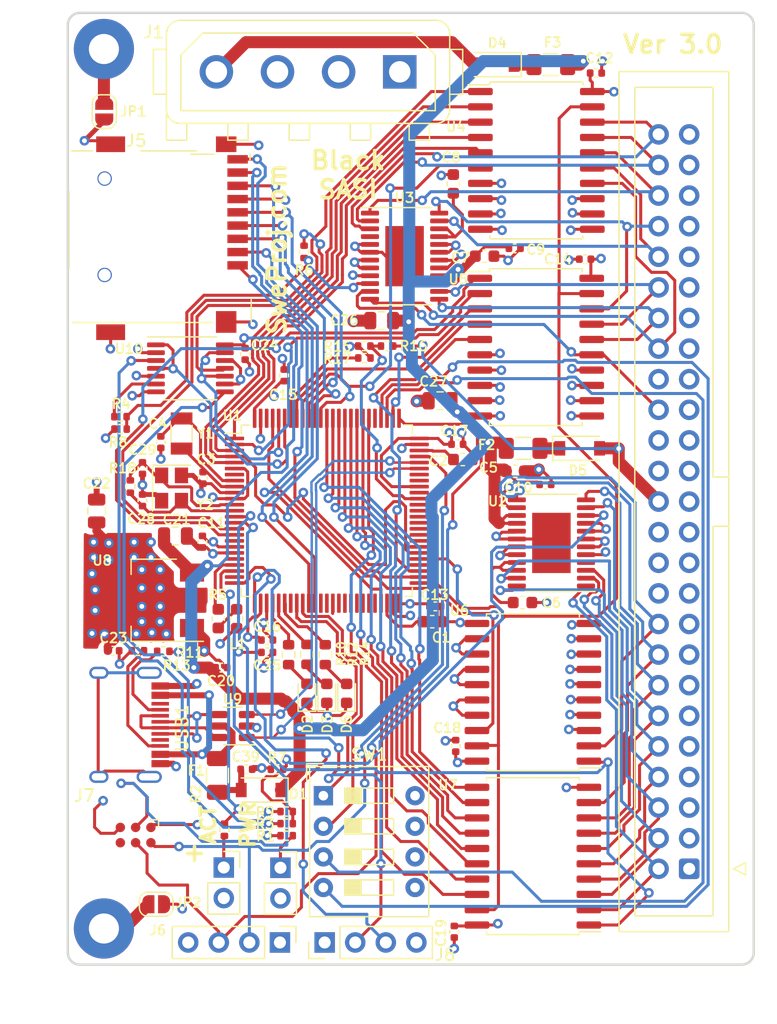
<source format=kicad_pcb>
(kicad_pcb (version 20211014) (generator pcbnew)

  (general
    (thickness 4.69)
  )

  (paper "A4")
  (title_block
    (title "BlackSASI")
    (date "2022-03-20")
    (rev "1.00")
    (company "SweProj.com")
  )

  (layers
    (0 "F.Cu" signal)
    (1 "In1.Cu" signal)
    (2 "In2.Cu" signal)
    (31 "B.Cu" signal)
    (32 "B.Adhes" user "B.Adhesive")
    (33 "F.Adhes" user "F.Adhesive")
    (34 "B.Paste" user)
    (35 "F.Paste" user)
    (36 "B.SilkS" user "B.Silkscreen")
    (37 "F.SilkS" user "F.Silkscreen")
    (38 "B.Mask" user)
    (39 "F.Mask" user)
    (40 "Dwgs.User" user "User.Drawings")
    (41 "Cmts.User" user "User.Comments")
    (42 "Eco1.User" user "User.Eco1")
    (43 "Eco2.User" user "User.Eco2")
    (44 "Edge.Cuts" user)
    (45 "Margin" user)
    (46 "B.CrtYd" user "B.Courtyard")
    (47 "F.CrtYd" user "F.Courtyard")
    (48 "B.Fab" user)
    (49 "F.Fab" user)
  )

  (setup
    (stackup
      (layer "F.SilkS" (type "Top Silk Screen"))
      (layer "F.Paste" (type "Top Solder Paste"))
      (layer "F.Mask" (type "Top Solder Mask") (thickness 0.01))
      (layer "F.Cu" (type "copper") (thickness 0.035))
      (layer "dielectric 1" (type "core") (thickness 1.51) (material "FR4") (epsilon_r 4.5) (loss_tangent 0.02))
      (layer "In1.Cu" (type "copper") (thickness 0.035))
      (layer "dielectric 2" (type "prepreg") (thickness 1.51) (material "FR4") (epsilon_r 4.5) (loss_tangent 0.02))
      (layer "In2.Cu" (type "copper") (thickness 0.035))
      (layer "dielectric 3" (type "core") (thickness 1.51) (material "FR4") (epsilon_r 4.5) (loss_tangent 0.02))
      (layer "B.Cu" (type "copper") (thickness 0.035))
      (layer "B.Mask" (type "Bottom Solder Mask") (thickness 0.01))
      (layer "B.Paste" (type "Bottom Solder Paste"))
      (layer "B.SilkS" (type "Bottom Silk Screen"))
      (copper_finish "None")
      (dielectric_constraints no)
    )
    (pad_to_mask_clearance 0)
    (pcbplotparams
      (layerselection 0x00010fc_ffffffff)
      (disableapertmacros false)
      (usegerberextensions true)
      (usegerberattributes true)
      (usegerberadvancedattributes true)
      (creategerberjobfile false)
      (svguseinch false)
      (svgprecision 6)
      (excludeedgelayer false)
      (plotframeref false)
      (viasonmask false)
      (mode 1)
      (useauxorigin false)
      (hpglpennumber 1)
      (hpglpenspeed 20)
      (hpglpendiameter 15.000000)
      (dxfpolygonmode true)
      (dxfimperialunits true)
      (dxfusepcbnewfont true)
      (psnegative false)
      (psa4output false)
      (plotreference true)
      (plotvalue true)
      (plotinvisibletext false)
      (sketchpadsonfab false)
      (subtractmaskfromsilk true)
      (outputformat 4)
      (mirror false)
      (drillshape 0)
      (scaleselection 1)
      (outputdirectory "pdf")
    )
  )

  (net 0 "")
  (net 1 "/SD_MISO")
  (net 2 "GND")
  (net 3 "/SD_CLK")
  (net 4 "+3V3")
  (net 5 "/SD_MOSI")
  (net 6 "/SD_CS")
  (net 7 "/SCSI_IO")
  (net 8 "/SCSI_REQ")
  (net 9 "/SCSI_CD")
  (net 10 "/SCSI_SEL")
  (net 11 "/SCSI_RST")
  (net 12 "/SCSI_ACK")
  (net 13 "/SCSI_BSY")
  (net 14 "/SCSI_ATN")
  (net 15 "/SCSI_MSG")
  (net 16 "/SCSI_DBP")
  (net 17 "/SCSI_DAT7")
  (net 18 "/SCSI_DAT6")
  (net 19 "/SCSI_DAT5")
  (net 20 "/SCSI_DAT4")
  (net 21 "/SCSI_DAT3")
  (net 22 "/SCSI_DAT2")
  (net 23 "/SCSI_DAT1")
  (net 24 "/SCSI_DAT0")
  (net 25 "/TERM_PWR")
  (net 26 "+5V")
  (net 27 "/EXTERNAL_LED")
  (net 28 "Net-(J4-Pad1)")
  (net 29 "unconnected-(J2-Pad34)")
  (net 30 "unconnected-(J2-Pad25)")
  (net 31 "Net-(C1-Pad1)")
  (net 32 "Net-(C2-Pad1)")
  (net 33 "Net-(C3-Pad1)")
  (net 34 "Net-(C4-Pad1)")
  (net 35 "Net-(C6-Pad1)")
  (net 36 "unconnected-(U1-Pad18)")
  (net 37 "unconnected-(U1-Pad21)")
  (net 38 "unconnected-(U1-Pad24)")
  (net 39 "Net-(R3-Pad2)")
  (net 40 "Net-(C29-Pad1)")
  (net 41 "/LOW_TERM_1")
  (net 42 "Net-(R11-Pad2)")
  (net 43 "Net-(R13-Pad2)")
  (net 44 "/SD_DAT1")
  (net 45 "unconnected-(U1-Pad46)")
  (net 46 "unconnected-(U1-Pad57)")
  (net 47 "unconnected-(U1-Pad58)")
  (net 48 "unconnected-(U1-Pad59)")
  (net 49 "unconnected-(U1-Pad60)")
  (net 50 "unconnected-(U1-Pad61)")
  (net 51 "unconnected-(U1-Pad62)")
  (net 52 "unconnected-(U1-Pad63)")
  (net 53 "unconnected-(U1-Pad64)")
  (net 54 "unconnected-(U1-Pad66)")
  (net 55 "unconnected-(U1-Pad80)")
  (net 56 "unconnected-(U1-Pad98)")
  (net 57 "Net-(H2-Pad1)")
  (net 58 "/SD_DET")
  (net 59 "unconnected-(U2-Pad4)")
  (net 60 "/SD_DAT2")
  (net 61 "unconnected-(U1-Pad37)")
  (net 62 "unconnected-(U1-Pad54)")
  (net 63 "Net-(C8-Pad1)")
  (net 64 "Net-(L1-Pad2)")
  (net 65 "unconnected-(U3-Pad4)")
  (net 66 "/HIGH TERM_2")
  (net 67 "Net-(F1-Pad2)")
  (net 68 "/E_SCSI_DAT0")
  (net 69 "/E_SCSI_DAT1")
  (net 70 "/E_SCSI_DAT2")
  (net 71 "/E_SCSI_DAT3")
  (net 72 "/E_SCSI_DAT4")
  (net 73 "/E_SCSI_DAT5")
  (net 74 "/E_SCSI_DAT6")
  (net 75 "/E_SCSI_DAT7")
  (net 76 "/E_SCSI_DBP")
  (net 77 "/E_SCSI_ATN")
  (net 78 "/E_SCSI_BSY")
  (net 79 "/E_SCSI_ACK")
  (net 80 "/E_SCSI_RST")
  (net 81 "/E_SCSI_MSG")
  (net 82 "/E_SCSI_SEL")
  (net 83 "/E_SCSI_CD")
  (net 84 "/E_SCSI_REQ")
  (net 85 "/E_SCSI_IO")
  (net 86 "/SCSI_DTD")
  (net 87 "/SCSI_IND")
  (net 88 "/SCSI_TAD")
  (net 89 "Net-(R5-Pad2)")
  (net 90 "/USB-")
  (net 91 "Net-(U9-Pad4)")
  (net 92 "Net-(U9-Pad6)")
  (net 93 "unconnected-(USB1-Pad13)")
  (net 94 "unconnected-(USB1-Pad9)")
  (net 95 "unconnected-(USB1-Pad3)")
  (net 96 "Net-(R4-Pad2)")
  (net 97 "USB_POWER")
  (net 98 "/LOW TERM_2")
  (net 99 "/HIGH_TERM_1")
  (net 100 "unconnected-(U1-Pad32)")
  (net 101 "unconnected-(U1-Pad68)")
  (net 102 "unconnected-(U1-Pad69)")
  (net 103 "/SWDIO")
  (net 104 "/SWCLK")
  (net 105 "+5VP")
  (net 106 "/HIGH_TERM")
  (net 107 "/LOW_TERM")
  (net 108 "Net-(D5-Pad1)")
  (net 109 "Net-(D4-Pad1)")
  (net 110 "unconnected-(J7-Pad6)")
  (net 111 "/nRST")
  (net 112 "Net-(D2-Pad2)")
  (net 113 "Net-(D3-Pad2)")
  (net 114 "Net-(D6-Pad2)")
  (net 115 "/LED1")
  (net 116 "/LED2")
  (net 117 "/LED3")
  (net 118 "/SW1")
  (net 119 "/SW2")
  (net 120 "/SW3")
  (net 121 "/SW4")
  (net 122 "Net-(R15-Pad2)")
  (net 123 "Net-(R17-Pad1)")
  (net 124 "unconnected-(U1-Pad7)")
  (net 125 "unconnected-(J1-Pad1)")
  (net 126 "unconnected-(U1-Pad38)")
  (net 127 "unconnected-(U1-Pad39)")
  (net 128 "unconnected-(U1-Pad40)")
  (net 129 "unconnected-(U1-Pad41)")
  (net 130 "unconnected-(U1-Pad42)")
  (net 131 "unconnected-(U1-Pad43)")
  (net 132 "unconnected-(U1-Pad44)")
  (net 133 "unconnected-(U1-Pad45)")
  (net 134 "/USB+")
  (net 135 "Net-(C28-Pad1)")
  (net 136 "Net-(J3-Pad1)")
  (net 137 "Net-(H1-Pad1)")
  (net 138 "/~{TRANS_OE}")
  (net 139 "/UART_RX")
  (net 140 "/UART_TX")

  (footprint "Connector_IDC:IDC-Header_2x25_P2.54mm_Vertical" (layer "F.Cu") (at 169.634999 131.044824 180))

  (footprint "Diode_SMD:D_SOD-123" (layer "F.Cu") (at 160.534999 96.144824))

  (footprint "Diode_SMD:D_SOD-123" (layer "F.Cu") (at 153.434999 64.294824 180))

  (footprint "Connector_PinSocket_2.54mm:PinSocket_1x02_P2.54mm_Vertical" (layer "F.Cu") (at 130.959999 130.937))

  (footprint "Connector_PinSocket_2.54mm:PinSocket_1x02_P2.54mm_Vertical" (layer "F.Cu") (at 135.669999 130.957))

  (footprint "Button_Switch_THT:SW_DIP_SPSTx04_Slide_9.78x12.34mm_W7.62mm_P2.54mm" (layer "F.Cu") (at 139.2345 124.978))

  (footprint "LED_SMD:LED_0603_1608Metric" (layer "F.Cu") (at 141.1712 116.482525 90))

  (footprint "Resistor_SMD:R_0603_1608Metric" (layer "F.Cu") (at 137.8712 113.247376 90))

  (footprint "LED_SMD:LED_0603_1608Metric" (layer "F.Cu") (at 139.5212 116.482525 90))

  (footprint "Capacitor_SMD:C_0402_1005Metric" (layer "F.Cu") (at 155.134999 79.544824))

  (footprint "Capacitor_SMD:C_0603_1608Metric" (layer "F.Cu") (at 150.822999 97.072824))

  (footprint "Diode_SMD:D_SOD-123" (layer "F.Cu") (at 134.058999 124.504824 180))

  (footprint "MountingHole:MountingHole_2.5mm_Pad_TopBottom" (layer "F.Cu") (at 121 136))

  (footprint "Connector_TE-Connectivity:TE_MATE-N-LOK_350211-1_1x04_P5.08mm_Vertical" (layer "F.Cu") (at 145.584999 64.894824 180))

  (footprint "Capacitor_SMD:C_0603_1608Metric" (layer "F.Cu") (at 150.034999 74.194824 90))

  (footprint "Resistor_SMD:R_0402_1005Metric" (layer "F.Cu") (at 144.535 87.655 180))

  (footprint "Resistor_SMD:R_0402_1005Metric" (layer "F.Cu") (at 125.934999 112.994824 180))

  (footprint "Capacitor_SMD:C_0402_1005Metric" (layer "F.Cu") (at 161.884999 64.994824))

  (footprint "Capacitor_SMD:C_0402_1005Metric" (layer "F.Cu") (at 129.232999 98.596824 -90))

  (footprint "Resistor_SMD:R_0402_1005Metric" (layer "F.Cu") (at 122.384999 94.544824))

  (footprint "Resistor_SMD:R_0402_1005Metric" (layer "F.Cu") (at 142.635 87.655))

  (footprint "BlackSASI:HRO-TYPE-C-31-M-12" (layer "F.Cu") (at 117.983 119.094824 -90))

  (footprint "Package_SO:SOIC-20W_7.5x12.8mm_P1.27mm" (layer "F.Cu") (at 156.649999 129.994824 180))

  (footprint "Capacitor_SMD:C_0402_1005Metric" (layer "F.Cu") (at 148.536999 109.264824))

  (footprint "Capacitor_SMD:C_0402_1005Metric" (layer "F.Cu") (at 121.784999 112.944824))

  (footprint "Capacitor_SMD:C_0805_2012Metric" (layer "F.Cu") (at 126.946999 103.422824))

  (footprint "Capacitor_SMD:C_0402_1005Metric" (layer "F.Cu") (at 130.756999 114.344824))

  (footprint "BlackSASI:TSSOP-24-1EP_4.4x7.8mm_P0.65mm_EP3.2x5mm" (layer "F.Cu") (at 158.184999 103.994824 180))

  (footprint "Capacitor_SMD:C_0402_1005Metric" (layer "F.Cu") (at 150.114 136.271 -90))

  (footprint "Resistor_SMD:R_0603_1608Metric" (layer "F.Cu") (at 136.3472 113.2718 90))

  (footprint "Resistor_SMD:R_0402_1005Metric" (layer "F.Cu") (at 137.634999 79.834824 -90))

  (footprint "Resistor_SMD:R_0603_1608Metric" (layer "F.Cu") (at 139.3952 113.2718 90))

  (footprint "Resistor_SMD:R_0402_1005Metric" (layer "F.Cu") (at 136.184999 128.294824 180))

  (footprint "LED_SMD:LED_0603_1608Metric" (layer "F.Cu") (at 137.8712 116.482525 90))

  (footprint "BlackSASI:Fuse_1206_3216Metric" (layer "F.Cu") (at 155.834999 96.144824))

  (footprint "Capacitor_SMD:C_0402_1005Metric" (layer "F.Cu") (at 157.684999 99.144824))

  (footprint "Capacitor_SMD:C_0402_1005Metric" (layer "F.Cu") (at 160.984999 80.444824 180))

  (footprint "Resistor_SMD:R_0402_1005Metric" (layer "F.Cu") (at 123.825 112.944824))

  (footprint "Connector:Tag-Connect_TC2030-IDC-FP_2x03_P1.27mm_Vertical" (layer "F.Cu") (at 123.634999 128.244824 180))

  (footprint "Capacitor_SMD:C_0402_1005Metric" (layer "F.Cu") (at 129.184999 103.894824 -90))

  (footprint "Connector_PinHeader_2.54mm:PinHeader_1x04_P2.54mm_Vertical" (layer "F.Cu") (at 139.3444 137.16 90))

  (footprint "Capacitor_SMD:C_0402_1005Metric" (layer "F.Cu") (at 134.566999 112.058824 180))

  (footprint "BlackSASI:Fuse_1206_3216Metric" (layer "F.Cu") (at 158.134999 64.294824 180))

  (footprint "Resistor_SMD:R_0402_1005Metric" (layer "F.Cu")
    (tedit 5F68FEEE) (tstamp 87b9636d-970f-48ad-aeba-dc46a88c56f3)
    (at 131.010999 127.806824 90)
    (descr "Resistor SMD 0402 (1005 Metric), square (rectangular) end terminal, IPC_7351 nominal, (Body size source: IPC-SM-782 page 72, https://www.pcb-3d.com/wordpress/wp-content/uploads/ipc-sm-782a_amendment_1_and_2.pdf), generated with kicad-footprint-generator")
    (tags "resistor")
    (property "LCSC" "C25117")
    (property "Sheetfile" "File: BlackSASI.kicad_sch")
    (property "Sheetname" "")
    (path "/57e200a6-ccfd-4b09-8b65-3ac22c9764d9")
    (attr smd)
    (fp_text reference "R2" (at 2.965824 -2.359999 270) (layer "F.SilkS")
      (effects (font (size 0.8 0.8) (thickness 0.15)))
      (tstamp c85ef790-7bde-464c-8cf2-1f387f0eb910)
    )
    (fp_text value "470" (at 0 1.17 90) (layer "F.Fab")
      (effects (font (size 1 1) (thickness 0.15)))
      (tstamp c241c652-c35f-4701-94ad-a6100be927fd)
    )
    (fp_text user "${REFERENCE}" (at 0 0 90) (layer "F.Fab")
      (effects (font (size 0.26 0.26) (thickness 0.04)))
      (tstamp 8db99888-6384-4a2a-acc0-44d300fa62c8)
    )
    (fp_line (start -0.153641 -0.38) (end 0.153641 -0.38) (layer "F.SilkS") (width 0.12) (tstamp 6a20c84c-a6b5-42cd-8ff2-4f58202ed23a))
    (fp_line (start -0.153641 0.38) (end 0.153641 0.38) (layer "F.SilkS") (width 0.12) (tstamp 8f208eed-0d52-4843-b906-b6076007522e))
    (fp_line (start 0.93 0.47) (end -0.93 0.47) (layer "F.CrtYd") (width 0.05) (tstamp 1e3c508c-caf1-4a10-bd28-1d0b6eea77c8))
    (fp_line (start -0.93 -0.47) (end 0.93 -0.47) (layer "F.CrtYd") (width 0.05) (tstamp 66038996-a46c-4850-9f62-775499845652))
    (fp_line (start -0.93 0.47) (end -0.93 -0.47) (layer "F.CrtYd") (width 0.05) (tstamp cd4a54b8-ae25-452f-9cac-4f606f47831d))
    (fp_line (start 0.93 -0.47) (end 0.93 0.47) (layer "F.CrtYd") (width 0.05) (tstamp f1d86bdd-caf2-4592-8051-deda04e358cb))
    (fp_line (start 0.525 -0.27) (end 0.525 0.27) (layer "F.Fab") (width 0.1) (tstamp 17a5c135-13b9-43c9-ab34-a5d32bfab494))
    (fp_line (start -0.525 -0.27) (end 0.525 -0.27) (layer "F.Fab") (width 0.1) (tstamp 2ebb2487-8abe-4bde-8ab4-fed9ee024d37))
    (fp_line (start -0.525 0.27) (end -0.525 -0.27) (layer "F.Fab") (width 0.1) (tstamp 31661ca5-99ab-4943-9e3f-fa1577f656
... [1672685 chars truncated]
</source>
